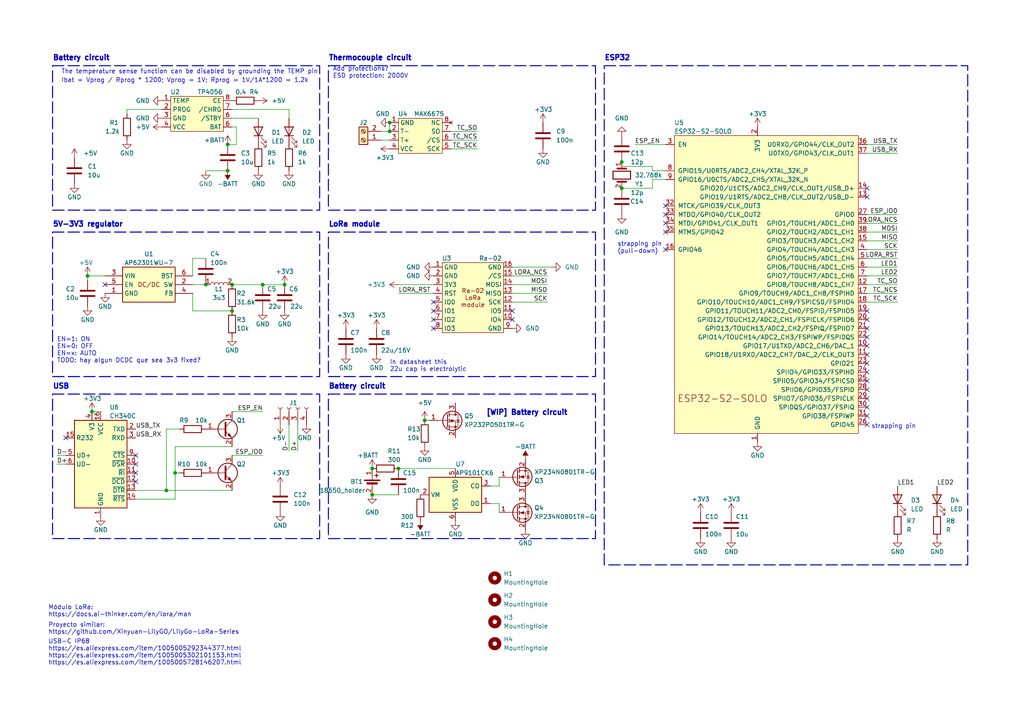
<source format=kicad_sch>
(kicad_sch (version 20230121) (generator eeschema)
  (paper "A4")
  (title_block (title "Tadpole") (rev "0.1.0"))
  (lib_symbols
    (symbol "Battery_Management:AP9101CK6"
      (property "Reference" "U" (at -7.62 6.35 0))
      (property "Value" "AP9101CK6" (at 7.62 6.35 0))
      (symbol "AP9101CK6_1_1"
        (pin output line (at 10.16 -2.54 180) (length 2.54) (name "DO") (number "1"))
        (pin passive line (at -10.16 0 0) (length 2.54) (name "VM") (number "2"))
        (pin output line (at 10.16 2.54 180) (length 2.54) (name "CO") (number "3"))
        (pin no_connect line (at -7.62 -2.54 0) (length 2.54) hide (name "NC") (number "4"))
        (pin power_in line (at 0 7.62 270) (length 2.54) (name "VDD") (number "5"))
        (pin power_in line (at 0 -7.62 90) (length 2.54) (name "VSS") (number "6"))
      )
    )
    (symbol "Connector:Conn_01x04_Socket" (pin_names (offset 1.016) hide)
      (property "Reference" "J" (at 0 5.08 0))
      (property "Value" "Conn_01x04_Socket" (at 0 -7.62 0))
      (symbol "Conn_01x04_Socket_1_1"
        (pin passive line (at -5.08 2.54 0) (length 3.81) (name "Pin_1") (number "1"))
        (pin passive line (at -5.08 0 0) (length 3.81) (name "Pin_2") (number "2"))
        (pin passive line (at -5.08 -2.54 0) (length 3.81) (name "Pin_3") (number "3"))
        (pin passive line (at -5.08 -5.08 0) (length 3.81) (name "Pin_4") (number "4"))
      )
    )
    (symbol "Connector:Screw_Terminal_01x02" (pin_names (offset 1.016) hide)
      (property "Reference" "J" (at 0 2.54 0))
      (property "Value" "Screw_Terminal_01x02" (at 0 -5.08 0))
      (symbol "Screw_Terminal_01x02_1_1"
        (pin passive line (at -5.08 0 0) (length 3.81) (name "Pin_1") (number "1"))
        (pin passive line (at -5.08 -2.54 0) (length 3.81) (name "Pin_2") (number "2"))
      )
    )
    (symbol "Device:C" (pin_numbers hide) (pin_names (offset 0.254))
      (property "Reference" "C" (at 0.635 2.54 0))
      (property "Value" "C" (at 0.635 -2.54 0))
      (symbol "C_1_1"
        (pin passive line (at 0 3.81 270) (length 2.794) (name "~") (number "1"))
        (pin passive line (at 0 -3.81 90) (length 2.794) (name "~") (number "2"))
      )
    )
    (symbol "Device:LED" (pin_numbers hide) (pin_names (offset 1.016) hide)
      (property "Reference" "D" (at 0 2.54 0))
      (property "Value" "LED" (at 0 -2.54 0))
      (symbol "LED_1_1"
        (pin passive line (at -3.81 0 0) (length 2.54) (name "K") (number "1"))
        (pin passive line (at 3.81 0 180) (length 2.54) (name "A") (number "2"))
      )
    )
    (symbol "Device:R" (pin_numbers hide) (pin_names (offset 0))
      (property "Reference" "R" (at 2.032 0 90))
      (property "Value" "R" (at 0 0 90))
      (symbol "R_1_1"
        (pin passive line (at 0 3.81 270) (length 1.27) (name "~") (number "1"))
        (pin passive line (at 0 -3.81 90) (length 1.27) (name "~") (number "2"))
      )
    )
    (symbol "Interface_USB:CH340C"
      (property "Reference" "U" (at -5.08 13.97 0))
      (property "Value" "CH340C" (at 1.27 13.97 0))
      (symbol "CH340C_1_1"
        (pin power_in line (at 0 -15.24 90) (length 2.54) (name "GND") (number "1"))
        (pin input line (at 10.16 0 180) (length 2.54) (name "~{DSR}") (number "10"))
        (pin input line (at 10.16 -2.54 180) (length 2.54) (name "~{RI}") (number "11"))
        (pin input line (at 10.16 -5.08 180) (length 2.54) (name "~{DCD}") (number "12"))
        (pin output line (at 10.16 -7.62 180) (length 2.54) (name "~{DTR}") (number "13"))
        (pin output line (at 10.16 -10.16 180) (length 2.54) (name "~{RTS}") (number "14"))
        (pin input line (at -10.16 7.62 0) (length 2.54) (name "R232") (number "15"))
        (pin power_in line (at 0 15.24 270) (length 2.54) (name "VCC") (number "16"))
        (pin output line (at 10.16 10.16 180) (length 2.54) (name "TXD") (number "2"))
        (pin input line (at 10.16 7.62 180) (length 2.54) (name "RXD") (number "3"))
        (pin passive line (at -2.54 15.24 270) (length 2.54) (name "V3") (number "4"))
        (pin bidirectional line (at -10.16 2.54 0) (length 2.54) (name "UD+") (number "5"))
        (pin bidirectional line (at -10.16 0 0) (length 2.54) (name "UD-") (number "6"))
        (pin no_connect line (at -7.62 -7.62 0) (length 2.54) hide (name "NC") (number "7"))
        (pin no_connect line (at -7.62 -10.16 0) (length 2.54) hide (name "NC") (number "8"))
        (pin input line (at 10.16 2.54 180) (length 2.54) (name "~{CTS}") (number "9"))
      )
    )
    (symbol "Mechanical:MountingHole" (pin_names (offset 1.016))
      (property "Reference" "H" (at 0 5.08 0))
      (property "Value" "MountingHole" (at 0 3.175 0))
    )
    (symbol "guille-lib:18650_HOLDER_AliExpress" (pin_names (offset 1.27))
      (property "Reference" "BT" (at 3.81 1.27 0))
      (property "Value" "18650_holder" (at 8.89 -1.27 0))
      (symbol "18650_HOLDER_AliExpress_1_1"
        (pin power_out line (at 0 3.81 270) (length 2.54) (name "") (number "1"))
        (pin power_out line (at 0 -3.81 90) (length 2.54) (name "") (number "2"))
      )
    )
    (symbol "guille-lib:AP62301WU-7"
      (property "Reference" "U" (at -1.27 8.89 0))
      (property "Value" "AP62301WU-7" (at -7.62 6.985 0))
      (symbol "AP62301WU-7_1_1"
        (text "DC/DC" (at 0 0 0) (effects (font (size 1.27 1.27))))
        (pin power_in line (at -12.7 -2.54 0) (length 5.08) (name "GND") (number "1"))
        (pin output line (at 12.7 0 180) (length 5.08) (name "SW") (number "2"))
        (pin power_in line (at -12.7 2.54 0) (length 5.08) (name "VIN") (number "3"))
        (pin input line (at 12.7 -2.54 180) (length 5.08) (name "FB") (number "4"))
        (pin input line (at -12.7 0 0) (length 5.08) (name "EN") (number "5"))
        (pin input line (at 12.7 2.54 180) (length 5.08) (name "BST") (number "6"))
      )
    )
    (symbol "guille-lib:ESP32-S2-SOLO" (pin_names (offset 1.016))
      (property "Reference" "U" (at -26.67 44.45 0))
      (property "Value" "ESP32-S2-SOLO" (at -26.67 41.91 0))
      (symbol "ESP32-S2-SOLO_1_1"
        (text "ESP32-S2-SOLO" (at -12.7 -35.56 0) (effects (font (size 2 2))))
        (pin power_in line (at -2.54 -48.26 90) (length 2.54) (name "GND") (number "1"))
        (pin bidirectional line (at 29.21 -20.32 180) (length 2.54) (name "GPIO17/U1TXD/ADC2_CH6/DAC_1") (number "10"))
        (pin bidirectional line (at 29.21 -22.86 180) (length 2.54) (name "GPIO18/U1RXD/ADC2_CH7/DAC_2/CLK_OUT3") (number "11"))
        (pin bidirectional line (at 29.21 -2.54 180) (length 2.54) (name "GPIO8/TOUCH8/ADC1_CH7") (number "12"))
        (pin bidirectional line (at 29.21 22.86 180) (length 2.54) (name "GPIO19/U1RTS/ADC2_CH8/CLK_OUT2/USB_D-") (number "13"))
        (pin bidirectional line (at 29.21 25.4 180) (length 2.54) (name "GPIO20/U1CTS/ADC2_CH9/CLK_OUT1/USB_D+") (number "14"))
        (pin bidirectional line (at 29.21 10.16 180) (length 2.54) (name "GPIO3/TOUCH3/ADC1_CH2") (number "15"))
        (pin input line (at -29.21 7.62 0) (length 2.54) (name "GPIO46") (number "16"))
        (pin bidirectional line (at 29.21 -5.08 180) (length 2.54) (name "GPIO9/TOUCH9/ADC1_CH8/FSPIHD") (number "17"))
        (pin bidirectional line (at 29.21 -7.62 180) (length 2.54) (name "GPIO10/TOUCH10/ADC1_CH9/FSPICS0/FSPIIO4") (number "18"))
        (pin bidirectional line (at 29.21 -10.16 180) (length 2.54) (name "GPIO11/TOUCH11/ADC2_CH0/FSPID/FSPIIO5") (number "19"))
        (pin power_in line (at -2.54 43.18 270) (length 2.54) (name "3V3") (number "2"))
        (pin bidirectional line (at 29.21 -12.7 180) (length 2.54) (name "GPIO12/TOUCH12/ADC2_CH1/FSPICLK/FSPIIO6") (number "20"))
        (pin bidirectional line (at 29.21 -15.24 180) (length 2.54) (name "GPIO13/TOUCH13/ADC2_CH2/FSPIQ/FSPIIO7") (number "21"))
        (pin bidirectional line (at 29.21 -17.78 180) (length 2.54) (name "GPIO14/TOUCH14/ADC2_CH3/FSPIWP/FSPIDQS") (number "22"))
        (pin bidirectional line (at 29.21 -25.4 180) (length 2.54) (name "GPIO21") (number "23"))
        (pin bidirectional line (at 29.21 -27.94 180) (length 2.54) (name "SPIIO4/GPIO33/FSPIHD") (number "24"))
        (pin bidirectional line (at 29.21 -30.48 180) (length 2.54) (name "SPIIO5/GPIO34/FSPICS0") (number "25"))
        (pin bidirectional line (at 29.21 -43.18 180) (length 2.54) (name "GPIO45") (number "26"))
        (pin bidirectional line (at 29.21 17.78 180) (length 2.54) (name "GPIO0") (number "27"))
        (pin bidirectional line (at 29.21 -33.02 180) (length 2.54) (name "SPIIO6/GPIO35/FSPID") (number "28"))
        (pin bidirectional line (at 29.21 -35.56 180) (length 2.54) (name "SPIIO7/GPIO36/FSPICLK") (number "29"))
        (pin bidirectional line (at -29.21 38.1 0) (length 2.54) (name "EN") (number "3"))
        (pin bidirectional line (at 29.21 -38.1 180) (length 2.54) (name "SPIDQS/GPIO37/FSPIQ") (number "30"))
        (pin bidirectional line (at 29.21 -40.64 180) (length 2.54) (name "GPIO38/FSPIWP") (number "31"))
        (pin bidirectional line (at -29.21 20.32 0) (length 2.54) (name "MTCK/GPIO39/CLK_OUT3") (number "32"))
        (pin bidirectional line (at -29.21 17.78 0) (length 2.54) (name "MTDO/GPIO40/CLK_OUT2") (number "33"))
        (pin bidirectional line (at -29.21 15.24 0) (length 2.54) (name "MTDI/GPIO41/CLK_OUT1") (number "34"))
        (pin bidirectional line (at -29.21 12.7 0) (length 2.54) (name "MTMS/GPIO42") (number "35"))
        (pin bidirectional line (at 29.21 38.1 180) (length 2.54) (name "U0RXD/GPIO44/CLK_OUT2") (number "36"))
        (pin bidirectional line (at 29.21 35.56 180) (length 2.54) (name "U0TXD/GPIO43/CLK_OUT1") (number "37"))
        (pin bidirectional line (at 29.21 12.7 180) (length 2.54) (name "GPIO2/TOUCH2/ADC1_CH1") (number "38"))
        (pin bidirectional line (at 29.21 15.24 180) (length 2.54) (name "GPIO1/TOUCH1/ADC1_CH0") (number "39"))
        (pin bidirectional line (at 29.21 7.62 180) (length 2.54) (name "GPIO4/TOUCH4/ADC1_CH3") (number "4"))
        (pin passive line (at -2.54 -48.26 90) (length 2.54) hide (name "GND") (number "40"))
        (pin passive line (at -2.54 -48.26 90) (length 2.54) hide (name "GND") (number "41"))
        (pin bidirectional line (at 29.21 5.08 180) (length 2.54) (name "GPIO5/TOUCH5/ADC1_CH4") (number "5"))
        (pin bidirectional line (at 29.21 2.54 180) (length 2.54) (name "GPIO6/TOUCH6/ADC1_CH5") (number "6"))
        (pin bidirectional line (at 29.21 0 180) (length 2.54) (name "GPIO7/TOUCH7/ADC1_CH6") (number "7"))
        (pin bidirectional line (at -29.21 30.48 0) (length 2.54) (name "GPIO15/U0RTS/ADC2_CH4/XTAL_32K_P") (number "8"))
        (pin bidirectional line (at -29.21 27.94 0) (length 2.54) (name "GPIO16/U0CTS/ADC2_CH5/XTAL_32K_N") (number "9"))
      )
    )
    (symbol "guille-lib:MAX6675"
      (property "Reference" "U" (at -6.35 6.35 0))
      (property "Value" "MAX6675" (at 2.54 6.35 0))
      (symbol "MAX6675_1_1"
        (pin power_in line (at -8.89 3.81 0) (length 2.54) (name "GND") (number "1"))
        (pin input line (at -8.89 1.27 0) (length 2.54) (name "T-") (number "2"))
        (pin input line (at -8.89 -1.27 0) (length 2.54) (name "T+") (number "3"))
        (pin power_in line (at -8.89 -3.81 0) (length 2.54) (name "VCC") (number "4"))
        (pin input line (at 8.89 -3.81 180) (length 2.54) (name "SCK") (number "5"))
        (pin input line (at 8.89 -1.27 180) (length 2.54) (name "/CS") (number "6"))
        (pin output line (at 8.89 1.27 180) (length 2.54) (name "SO") (number "7"))
        (pin no_connect line (at 8.89 3.81 180) (length 2.54) (name "NC") (number "8"))
      )
    )
    (symbol "guille-lib:PMBT3904235" (pin_names (offset 0.762))
      (property "Reference" "Q" (at 2.54 1.27 0))
      (property "Value" "PMBT3904235" (at 2.54 -1.27 0))
      (symbol "PMBT3904235_0_0"
        (pin passive line (at -7.62 0 0) (length 2.54) (name "~") (number "1"))
        (pin passive line (at 0 -5.08 90) (length 2.54) (name "~") (number "2"))
        (pin passive line (at 0 5.08 270) (length 2.54) (name "~") (number "3"))
      )
    )
    (symbol "guille-lib:Ra-02"
      (property "Reference" "U" (at -7.62 11.43 0))
      (property "Value" "Ra-02" (at 5.08 11.43 0))
      (symbol "Ra-02_1_1"
        (text "Ra-02\nLoRa\nmodule" (at 0 0 0) (effects (font (size 1.27 1.27))))
        (pin power_in line (at -11.43 8.89 0) (length 2.54) (name "GND") (number "1"))
        (pin bidirectional line (at 11.43 -6.35 180) (length 2.54) (name "IO4") (number "10"))
        (pin bidirectional line (at 11.43 -3.81 180) (length 2.54) (name "IO5") (number "11"))
        (pin input line (at 11.43 -1.27 180) (length 2.54) (name "SCK") (number "12"))
        (pin output line (at 11.43 1.27 180) (length 2.54) (name "MISO") (number "13"))
        (pin input line (at 11.43 3.81 180) (length 2.54) (name "MOSI") (number "14"))
        (pin input line (at 11.43 6.35 180) (length 2.54) (name "/CS") (number "15"))
        (pin power_in line (at 11.43 8.89 180) (length 2.54) (name "GND") (number "16"))
        (pin power_in line (at -11.43 6.35 0) (length 2.54) (name "GND") (number "2"))
        (pin power_in line (at -11.43 3.81 0) (length 2.54) (name "3V3") (number "3"))
        (pin input line (at -11.43 1.27 0) (length 2.54) (name "RST") (number "4"))
        (pin bidirectional line (at -11.43 -1.27 0) (length 2.54) (name "IO0") (number "5"))
        (pin bidirectional line (at -11.43 -3.81 0) (length 2.54) (name "IO1") (number "6"))
        (pin bidirectional line (at -11.43 -6.35 0) (length 2.54) (name "IO2") (number "7"))
        (pin bidirectional line (at -11.43 -8.89 0) (length 2.54) (name "IO3") (number "8"))
        (pin power_in line (at 11.43 -8.89 180) (length 2.54) (name "GND") (number "9"))
      )
    )
    (symbol "guille-lib:SC32S-7PF20PPM" (pin_names hide)
      (property "Reference" "Y" (at -1.27 7.62 0))
      (property "Value" "32.768k" (at -3.81 5.08 0))
      (symbol "SC32S-7PF20PPM_1_1"
        (pin passive line (at -3.81 0 0) (length 1.27) (name "1") (number "1"))
        (pin passive line (at 3.81 0 180) (length 1.27) (name "2") (number "2"))
      )
    )
    (symbol "guille-lib:SRN5020TA-3R3M" (pin_names hide)
      (property "Reference" "L" (at -1.27 5.08 0))
      (property "Value" "3u3" (at -2.54 2.54 0))
      (symbol "SRN5020TA-3R3M_1_1"
        (pin passive line (at -3.81 0 0) (length 1.27) (name "1") (number "1"))
        (pin passive line (at 3.81 0 180) (length 1.27) (name "2") (number "2"))
      )
    )
    (symbol "guille-lib:TP4056"
      (property "Reference" "U" (at -6.35 5.08 0))
      (property "Value" "TP4056" (at 3.81 5.08 0))
      (symbol "TP4056_1_1"
        (pin input line (at -10.16 2.54 0) (length 2.54) (name "TEMP") (number "1"))
        (pin input line (at -10.16 0 0) (length 2.54) (name "PROG") (number "2"))
        (pin power_in line (at -10.16 -2.54 0) (length 2.54) (name "GND") (number "3"))
        (pin power_in line (at -10.16 -5.08 0) (length 2.54) (name "VCC") (number "4"))
        (pin output line (at 10.16 -2.54 180) (length 2.54) (name "/STBY") (number "6"))
        (pin power_out line (at 10.16 -5.08 180) (length 2.54) (name "BAT") (number "6"))
        (pin output line (at 10.16 0 180) (length 2.54) (name "/CHRG") (number "7"))
        (pin input line (at 10.16 2.54 180) (length 2.54) (name "CE") (number "8"))
      )
    )
    (symbol "guille-lib:XP232P0501TR-G" (pin_names (offset 0.762))
      (property "Reference" "Q" (at 2.54 1.27 0))
      (property "Value" "XP232P0501TR-G" (at 2.54 -1.27 0))
      (symbol "XP232P0501TR-G_1_1"
        (pin passive line (at -7.62 0 0) (length 2.54) (name "") (number "1"))
        (pin input line (at 0 -5.08 90) (length 2.54) (name "") (number "2"))
        (pin passive line (at 0 5.08 270) (length 2.54) (name "") (number "3"))
      )
    )
    (symbol "guille-lib:XP234N0801TR-G" (pin_names (offset 0.762))
      (property "Reference" "Q" (at 2.54 1.27 0))
      (property "Value" "XP234N0801TR-G" (at 2.54 -1.27 0))
      (symbol "XP234N0801TR-G_1_1"
        (pin passive line (at -7.62 0 0) (length 2.54) (name "") (number "1"))
        (pin input line (at 0 -5.08 90) (length 2.54) (name "") (number "2"))
        (pin passive line (at 0 5.08 270) (length 2.54) (name "") (number "3"))
      )
    )
    (symbol "power:+3V3" (power) (pin_names (offset 0))
      (property "Value" "+3V3" (at 0 3.556 0))
      (symbol "+3V3_1_1"
        (pin power_in line (at 0 0 90) (length 0) hide (name "+3V3") (number "1"))
      )
    )
    (symbol "power:+5V" (power) (pin_names (offset 0))
      (property "Value" "+5V" (at 0 3.556 0))
      (symbol "+5V_1_1"
        (pin power_in line (at 0 0 90) (length 0) hide (name "+5V") (number "1"))
      )
    )
    (symbol "power:+BATT" (power) (pin_names (offset 0))
      (property "Value" "+BATT" (at 0 3.556 0))
      (symbol "+BATT_1_1"
        (pin power_in line (at 0 0 90) (length 0) hide (name "+BATT") (number "1"))
      )
    )
    (symbol "power:-BATT" (power) (pin_names (offset 0))
      (property "Value" "-BATT" (at 0 3.556 0))
      (symbol "-BATT_1_1"
        (pin power_in line (at 0 0 90) (length 0) hide (name "-BATT") (number "1"))
      )
    )
    (symbol "power:GND" (power) (pin_names (offset 0))
      (property "Value" "GND" (at 0 -3.81 0))
      (symbol "GND_1_1"
        (pin power_in line (at 0 0 270) (length 0) hide (name "GND") (number "1"))
      )
    )
  )
  (junction (at 82.55 82.55))
  (junction (at 180.34 54.61))
  (junction (at 50.8 137.16))
  (junction (at 66.04 49.53))
  (junction (at 67.31 90.17))
  (junction (at 180.34 46.99))
  (junction (at 107.95 135.89))
  (junction (at 25.4 80.01))
  (junction (at 26.67 119.38))
  (junction (at 113.03 35.56))
  (junction (at 59.69 82.55))
  (junction (at 115.57 135.89))
  (junction (at 113.03 38.1))
  (junction (at 48.26 142.24))
  (junction (at 67.31 82.55))
  (junction (at 76.2 82.55))
  (junction (at 66.04 41.91))
  (junction (at 107.95 143.51))
  (junction (at 123.19 121.92))
  (no_connect (at 30.48 82.55))
  (no_connect (at 125.73 95.25))
  (no_connect (at 193.04 62.23))
  (no_connect (at 251.46 113.03))
  (no_connect (at 39.37 132.08))
  (no_connect (at 193.04 67.31))
  (no_connect (at 251.46 107.95))
  (no_connect (at 251.46 120.65))
  (no_connect (at 251.46 102.87))
  (no_connect (at 39.37 139.7))
  (no_connect (at 251.46 115.57))
  (no_connect (at 193.04 64.77))
  (no_connect (at 251.46 100.33))
  (no_connect (at 193.04 59.69))
  (no_connect (at 193.04 72.39))
  (no_connect (at 251.46 57.15))
  (no_connect (at 19.05 127))
  (no_connect (at 39.37 137.16))
  (no_connect (at 125.73 92.71))
  (no_connect (at 251.46 97.79))
  (no_connect (at 125.73 87.63))
  (no_connect (at 251.46 118.11))
  (no_connect (at 125.73 90.17))
  (no_connect (at 251.46 105.41))
  (no_connect (at 148.59 90.17))
  (no_connect (at 39.37 134.62))
  (no_connect (at 251.46 95.25))
  (no_connect (at 251.46 123.19))
  (no_connect (at 251.46 92.71))
  (no_connect (at 148.59 92.71))
  (no_connect (at 251.46 110.49))
  (no_connect (at 251.46 54.61))
  (no_connect (at 251.46 90.17))
  (wire (pts (xy 144.78 146.05) (xy 144.78 148.59)))
  (wire (pts (xy 251.46 62.23) (xy 260.35 62.23)))
  (wire (pts (xy 180.34 48.26) (xy 180.34 46.99)))
  (wire (pts (xy 67.31 31.75) (xy 83.82 31.75)))
  (wire (pts (xy 251.46 74.93) (xy 260.35 74.93)))
  (wire (pts (xy 67.31 119.38) (xy 76.2 119.38)))
  (wire (pts (xy 52.07 124.46) (xy 48.26 124.46)))
  (wire (pts (xy 144.78 138.43) (xy 144.78 140.97)))
  (wire (pts (xy 52.07 137.16) (xy 50.8 137.16)))
  (wire (pts (xy 251.46 67.31) (xy 260.35 67.31)))
  (wire (pts (xy 193.04 52.07) (xy 189.23 52.07)))
  (wire (pts (xy 251.46 44.45) (xy 260.35 44.45)))
  (wire (pts (xy 36.83 31.75) (xy 36.83 33.02)))
  (wire (pts (xy 251.46 77.47) (xy 260.35 77.47)))
  (wire (pts (xy 50.8 137.16) (xy 50.8 144.78)))
  (wire (pts (xy 189.23 48.26) (xy 180.34 48.26)))
  (wire (pts (xy 16.51 134.62) (xy 19.05 134.62)))
  (wire (pts (xy 76.2 82.55) (xy 82.55 82.55)))
  (wire (pts (xy 55.88 90.17) (xy 67.31 90.17)))
  (wire (pts (xy 30.48 80.01) (xy 25.4 80.01)))
  (wire (pts (xy 251.46 85.09) (xy 260.35 85.09)))
  (wire (pts (xy 50.8 129.54) (xy 50.8 137.16)))
  (wire (pts (xy 67.31 36.83) (xy 68.58 36.83)))
  (wire (pts (xy 251.46 64.77) (xy 260.35 64.77)))
  (wire (pts (xy 124.46 121.92) (xy 123.19 121.92)))
  (wire (pts (xy 46.99 31.75) (xy 36.83 31.75)))
  (wire (pts (xy 55.88 74.93) (xy 59.69 74.93)))
  (wire (pts (xy 148.59 87.63) (xy 158.75 87.63)))
  (wire (pts (xy 86.36 130.81) (xy 86.36 123.19)))
  (wire (pts (xy 55.88 80.01) (xy 55.88 74.93)))
  (wire (pts (xy 67.31 82.55) (xy 76.2 82.55)))
  (wire (pts (xy 25.4 80.01) (xy 25.4 81.28)))
  (wire (pts (xy 148.59 82.55) (xy 158.75 82.55)))
  (wire (pts (xy 110.49 40.64) (xy 113.03 40.64)))
  (wire (pts (xy 55.88 85.09) (xy 55.88 90.17)))
  (wire (pts (xy 251.46 72.39) (xy 260.35 72.39)))
  (wire (pts (xy 55.88 82.55) (xy 59.69 82.55)))
  (wire (pts (xy 115.57 85.09) (xy 125.73 85.09)))
  (wire (pts (xy 189.23 49.53) (xy 189.23 48.26)))
  (wire (pts (xy 39.37 142.24) (xy 48.26 142.24)))
  (wire (pts (xy 138.43 43.18) (xy 130.81 43.18)))
  (wire (pts (xy 251.46 80.01) (xy 260.35 80.01)))
  (wire (pts (xy 189.23 52.07) (xy 189.23 54.61)))
  (wire (pts (xy 138.43 40.64) (xy 130.81 40.64)))
  (wire (pts (xy 67.31 34.29) (xy 74.93 34.29)))
  (wire (pts (xy 50.8 129.54) (xy 67.31 129.54)))
  (wire (pts (xy 180.34 54.61) (xy 189.23 54.61)))
  (wire (pts (xy 68.58 36.83) (xy 68.58 41.91)))
  (wire (pts (xy 148.59 85.09) (xy 158.75 85.09)))
  (wire (pts (xy 184.15 41.91) (xy 193.04 41.91)))
  (wire (pts (xy 142.24 146.05) (xy 144.78 146.05)))
  (wire (pts (xy 26.67 119.38) (xy 29.21 119.38)))
  (wire (pts (xy 251.46 87.63) (xy 260.35 87.63)))
  (wire (pts (xy 251.46 69.85) (xy 260.35 69.85)))
  (wire (pts (xy 160.02 77.47) (xy 148.59 77.47)))
  (wire (pts (xy 59.69 49.53) (xy 66.04 49.53)))
  (wire (pts (xy 66.04 41.91) (xy 68.58 41.91)))
  (wire (pts (xy 115.57 82.55) (xy 125.73 82.55)))
  (wire (pts (xy 144.78 140.97) (xy 142.24 140.97)))
  (wire (pts (xy 251.46 41.91) (xy 260.35 41.91)))
  (wire (pts (xy 76.2 132.08) (xy 67.31 132.08)))
  (wire (pts (xy 110.49 38.1) (xy 113.03 38.1)))
  (wire (pts (xy 48.26 124.46) (xy 48.26 142.24)))
  (wire (pts (xy 251.46 82.55) (xy 260.35 82.55)))
  (wire (pts (xy 107.95 143.51) (xy 115.57 143.51)))
  (wire (pts (xy 148.59 80.01) (xy 158.75 80.01)))
  (wire (pts (xy 138.43 38.1) (xy 130.81 38.1)))
  (wire (pts (xy 83.82 31.75) (xy 83.82 34.29)))
  (wire (pts (xy 39.37 144.78) (xy 50.8 144.78)))
  (wire (pts (xy 16.51 132.08) (xy 19.05 132.08)))
  (wire (pts (xy 115.57 135.89) (xy 132.08 135.89)))
  (wire (pts (xy 193.04 49.53) (xy 189.23 49.53)))
  (wire (pts (xy 48.26 142.24) (xy 67.31 142.24)))
  (wire (pts (xy 113.03 35.56) (xy 113.03 38.1)))
  (wire (pts (xy 83.82 130.81) (xy 83.82 123.19)))
  (rectangle (start 15.24 19.05) (end 92.71 60.96) (stroke (width 0.3) (type dash)))
  (rectangle (start 95.25 114.3) (end 172.72 156.21) (stroke (width 0.3) (type dash)))
  (rectangle (start 95.25 19.05) (end 172.72 60.96) (stroke (width 0.3) (type dash)))
  (rectangle (start 95.25 67.31) (end 172.72 109.22) (stroke (width 0.3) (type dash)))
  (rectangle (start 175.26 19.05) (end 280.67 163.83) (stroke (width 0.3) (type dash)))
  (rectangle (start 15.24 114.3) (end 92.71 156.21) (stroke (width 0.3) (type dash)))
  (rectangle (start 15.24 67.31) (end 92.71 109.22) (stroke (width 0.3) (type dash)))
  (text "Thermocouple circuit" (at 95.25 17.78 0) (effects (font (size 1.5 1.5) (thickness 0.36) bold) (justify left bottom)))
  (text "strapping pin" (at 252.73 124.46 0) (effects (font (size 1.27 1.27)) (justify left bottom)))
  (text "Battery circuit" (at 15.24 17.78 0) (effects (font (size 1.5 1.5) (thickness 0.36) bold) (justify left bottom)))
  (text "USB" (at 15.24 113.03 0) (effects (font (size 1.5 1.5) (thickness 0.36) bold) (justify left bottom)))
  (text "The temperature sense function can be disabled by grounding the TEMP pin" (at 17.78 21.59 0) (effects (font (size 1.27 1.27)) (justify left bottom)))
  (text "Add protections?\nESD protection: 2000V" (at 96.52 22.86 0) (effects (font (size 1.27 1.27)) (justify left bottom)))
  (text "Módulo LoRa:\nhttps://docs.ai-thinker.com/en/lora/man" (at 13.97 179.07 0) (effects (font (size 1.27 1.27)) (justify left bottom)))
  (text "LoRa module" (at 95.25 66.04 0) (effects (font (size 1.5 1.5) (thickness 0.36) bold) (justify left bottom)))
  (text "ESP32" (at 175.26 17.78 0) (effects (font (size 1.5 1.5) (thickness 0.36) bold) (justify left bottom)))
  (text "[WIP] Battery circuit" (at 140.97 120.65 0) (effects (font (size 1.5 1.5) (thickness 0.36) bold) (justify left bottom)))
  (text "EN=1: ON\nEN=0: OFF\nEN=x: AUTO\nTODO: hay algun DCDC que sea 3v3 fixed?" (at 16.51 105.41 0) (effects (font (size 1.27 1.27)) (justify left bottom)))
  (text "Battery circuit" (at 95.25 113.03 0) (effects (font (size 1.5 1.5) (thickness 0.36) bold) (justify left bottom)))
  (text "In datasheet this\n22u cap is electrolytic" (at 113.03 107.95 0) (effects (font (size 1.27 1.27)) (justify left bottom)))
  (text "strapping pin\n(pull-down)" (at 179.07 73.66 0) (effects (font (size 1.27 1.27)) (justify left bottom)))
  (text "USB-C IP68\nhttps://es.aliexpress.com/item/1005005292344377.html\nhttps://es.aliexpress.com/item/1005005302101153.html\nhttps://es.aliexpress.com/item/1005005728146207.html" (at 13.97 193.04 0) (effects (font (size 1.27 1.27)) (justify left bottom)))
  (text "5V-3V3 regulator" (at 15.24 66.04 0) (effects (font (size 1.5 1.5) (thickness 0.36) bold) (justify left bottom)))
  (text "Ibat = Vprog / Rprog * 1200; Vprog = 1V; Rprog = 1V/1A*1200 = 1.2k\n" (at 17.78 24.13 0) (effects (font (size 1.27 1.27)) (justify left bottom)))
  (text "Proyecto similar:\nhttps://github.com/Xinyuan-LilyGO/LilyGo-LoRa-Series" (at 13.97 184.15 0) (effects (font (size 1.27 1.27)) (justify left bottom)))
  (label "ESP_EN" (at 184.15 41.91 0))
  (label "TC_SCK" (at 138.43 43.18 180))
  (label "USB_TX" (at 39.37 124.46 0))
  (label "ESP_IO0" (at 76.2 132.08 180))
  (label "SCK" (at 158.75 87.63 180))
  (label "SCK" (at 260.35 72.39 180))
  (label "TC_SO" (at 138.43 38.1 180))
  (label "D+" (at 16.51 134.62 0))
  (label "LORA_RST" (at 115.57 85.09 0))
  (label "LED2" (at 260.35 80.01 180))
  (label "TC_SO" (at 260.35 82.55 180))
  (label "ESP_EN" (at 76.2 119.38 180))
  (label "LORA_NCS" (at 260.35 64.77 180))
  (label "USB_RX" (at 39.37 127 0))
  (label "D-" (at 16.51 132.08 0))
  (label "MISO" (at 158.75 85.09 180))
  (label "TC_NCS" (at 138.43 40.64 180))
  (label "MOSI" (at 158.75 82.55 180))
  (label "MISO" (at 260.35 69.85 180))
  (label "TC_NCS" (at 260.35 85.09 180))
  (label "D-" (at 83.82 130.81 90))
  (label "ESP_IO0" (at 260.35 62.23 180))
  (label "LED1" (at 260.35 77.47 180))
  (label "TC_SCK" (at 260.35 87.63 180))
  (label "D+" (at 86.36 130.81 90))
  (label "MOSI" (at 260.35 67.31 180))
  (label "USB_TX" (at 260.35 41.91 180))
  (label "LED2" (at 271.78 140.97 0))
  (label "USB_RX" (at 260.35 44.45 180))
  (label "LORA_RST" (at 260.35 74.93 180))
  (label "LED1" (at 260.35 140.97 0))
  (label "LORA_NCS" (at 158.75 80.01 180))
  (symbol (lib_id "Device:C") (at 100.33 99.06 0) (unit 1)
    (property "Reference" "C7" (at 101.6 96.52 0) (effects (justify left)))
    (property "Value" "100n" (at 101.6 101.6 0) (effects (justify left)))
    (property "Footprint" "Capacitor_SMD:C_0402_1005Metric" (effects hide))
  )
  (symbol (lib_id "power:+BATT") (at 107.95 135.89 0) (unit 1)
    (property "Reference" "#PWR050" (effects hide))
    (property "Value" "+BATT" (at 106.68 132.08 0))
  )
  (symbol (lib_id "power:GND") (at 125.73 80.01 270) (unit 1)
    (property "Reference" "#PWR025" (effects hide))
    (property "Value" "GND" (at 121.92 80.01 90) (effects (justify right)))
  )
  (symbol (lib_id "guille-lib:AP62301WU-7") (at 43.18 82.55 0) (unit 1)
    (property "Reference" "U1" (at 43.18 73.66 0))
    (property "Value" "AP62301WU-7" (at 43.18 76.2 0))
    (property "Footprint" "guille-lib:SOT95P280X100-6N" (effects hide))
    (property "Datasheet" "https://www.mouser.es/datasheet/2/115/DIOD_S_A0013022799_1-2543739.pdf" (effects hide))
    (property "Height" "1" (effects hide))
    (property "Manufacturer_Name" "Diodes Inc." (effects hide))
    (property "Manufacturer_Part_Number" "AP62301WU-7" (effects hide))
    (property "Mouser Part Number" "621-AP62301WU-7" (effects hide))
  )
  (symbol (lib_id "Device:R") (at 55.88 137.16 90) (unit 1)
    (property "Reference" "R10" (at 53.34 134.62 90))
    (property "Value" "10k" (at 58.42 134.62 90))
    (property "Footprint" "Resistor_SMD:R_0402_1005Metric" (effects hide))
  )
  (symbol (lib_id "Device:R") (at 55.88 124.46 90) (unit 1)
    (property "Reference" "R9" (at 53.34 121.92 90))
    (property "Value" "10k" (at 58.42 121.92 90))
    (property "Footprint" "Resistor_SMD:R_0402_1005Metric" (effects hide))
  )
  (symbol (lib_id "guille-lib:ESP32-S2-SOLO") (at 222.25 80.01 0) (unit 1)
    (property "Reference" "U5" (at 195.58 35.56 0) (effects (justify left)))
    (property "Value" "ESP32-S2-SOLO" (at 195.58 38.1 0) (effects (justify left)))
    (property "Footprint" "PCM_Espressif:ESP32-S2-SOLO" (effects hide))
    (property "Datasheet" "https://www.espressif.com/sites/default/files/documentation/esp32-s2-solo_esp32-s2-solo-u_datasheet_en.pdf" (effects hide))
  )
  (symbol (lib_id "power:GND") (at 74.93 49.53 0) (unit 1)
    (property "Reference" "#PWR012" (effects hide))
    (property "Value" "GND" (at 74.93 53.34 0))
  )
  (symbol (lib_id "power:+5V") (at 123.19 121.92 0) (unit 1)
    (property "Reference" "#PWR056" (effects hide))
    (property "Value" "+5V" (at 123.19 116.84 0))
  )
  (symbol (lib_id "Device:C") (at 81.28 144.78 0) (unit 1)
    (property "Reference" "C12" (at 85.09 143.51 0) (effects (justify left)))
    (property "Value" "100n" (at 85.09 146.05 0) (effects (justify left)))
    (property "Footprint" "Capacitor_SMD:C_0402_1005Metric" (effects hide))
  )
  (symbol (lib_id "Device:C") (at 66.04 45.72 0) (unit 1)
    (property "Reference" "C3" (at 69.85 44.45 0) (effects (justify left)))
    (property "Value" "10u" (at 69.85 46.99 0) (effects (justify left)))
    (property "Footprint" "Capacitor_SMD:C_0805_2012Metric" (effects hide))
  )
  (symbol (lib_id "power:GND") (at 46.99 29.21 270) (unit 1)
    (property "Reference" "#PWR06" (effects hide))
    (property "Value" "GND" (at 39.37 29.21 90) (effects (justify left)))
  )
  (symbol (lib_id "Device:C") (at 25.4 85.09 0) (unit 1)
    (property "Reference" "C2" (at 19.05 83.82 0) (effects (justify left)))
    (property "Value" "10u" (at 19.05 86.36 0) (effects (justify left)))
    (property "Footprint" "Capacitor_SMD:C_0805_2012Metric" (effects hide))
  )
  (symbol (lib_id "Device:R") (at 71.12 29.21 90) (unit 1)
    (property "Reference" "R4" (at 73.66 26.67 90))
    (property "Value" "0.4" (at 69.85 26.67 90))
    (property "Footprint" "Resistor_SMD:R_0402_1005Metric" (effects hide))
  )
  (symbol (lib_id "power:+3V3") (at 219.71 36.83 0) (unit 1)
    (property "Reference" "#PWR034" (effects hide))
    (property "Value" "+3V3" (at 219.71 33.02 0))
  )
  (symbol (lib_id "power:GND") (at 81.28 148.59 0) (unit 1)
    (property "Reference" "#PWR042" (effects hide))
    (property "Value" "GND" (at 81.28 152.4 0))
  )
  (symbol (lib_id "power:GND") (at 219.71 128.27 0) (unit 1)
    (property "Reference" "#PWR033" (effects hide))
    (property "Value" "GND" (at 219.71 132.08 0))
  )
  (symbol (lib_id "power:+3V3") (at 115.57 82.55 90) (unit 1)
    (property "Reference" "#PWR022" (effects hide))
    (property "Value" "+3V3" (at 111.76 82.55 90) (effects (justify left)))
  )
  (symbol (lib_id "Mechanical:MountingHole") (at 143.51 167.64 0) (unit 1)
    (property "Reference" "H1" (at 146.05 166.37 0) (effects (justify left)))
    (property "Value" "MountingHole" (at 146.05 168.91 0) (effects (justify left)))
    (property "Footprint" "MountingHole:MountingHole_2.2mm_M2" (effects hide))
  )
  (symbol (lib_id "power:GND") (at 157.48 43.18 0) (unit 1)
    (property "Reference" "#PWR031" (effects hide))
    (property "Value" "GND" (at 157.48 46.99 0))
  )
  (symbol (lib_id "power:+3V3") (at 100.33 95.25 0) (unit 1)
    (property "Reference" "#PWR017" (effects hide))
    (property "Value" "+3V3" (at 100.33 91.44 0))
  )
  (symbol (lib_id "power:GND") (at 271.78 156.21 0) (unit 1)
    (property "Reference" "#PWR035" (effects hide))
    (property "Value" "GND" (at 271.78 160.02 0))
  )
  (symbol (lib_id "power:GND") (at 76.2 90.17 0) (unit 1)
    (property "Reference" "#PWR013" (effects hide))
    (property "Value" "GND" (at 76.2 93.98 0))
  )
  (symbol (lib_id "power:GND") (at 212.09 156.21 0) (unit 1)
    (property "Reference" "#PWR038" (effects hide))
    (property "Value" "GND" (at 212.09 160.02 0))
  )
  (symbol (lib_id "Device:C") (at 59.69 78.74 0) (unit 1)
    (property "Reference" "C4" (at 60.96 73.66 0) (effects (justify left)))
    (property "Value" "100n" (at 60.96 76.2 0) (effects (justify left)))
    (property "Footprint" "Capacitor_SMD:C_0402_1005Metric" (effects hide))
  )
  (symbol (lib_id "Device:C") (at 76.2 86.36 0) (unit 1)
    (property "Reference" "C5" (at 77.47 83.82 0) (effects (justify left)))
    (property "Value" "22u" (at 77.7972 88.8764 0) (effects (justify left)))
    (property "Footprint" "Capacitor_SMD:C_0805_2012Metric" (effects hide))
  )
  (symbol (lib_id "Device:R") (at 121.92 147.32 180) (unit 1)
    (property "Reference" "R12" (at 118.11 152.4 0))
    (property "Value" "300" (at 118.11 149.86 0))
    (property "Footprint" "Resistor_SMD:R_0402_1005Metric" (effects hide))
  )
  (symbol (lib_id "power:-BATT") (at 152.4 133.35 0) (unit 1)
    (property "Reference" "#PWR053" (effects hide))
    (property "Value" "-BATT" (at 152.4 129.54 0))
  )
  (symbol (lib_id "power:+3V3") (at 212.09 148.59 0) (unit 1)
    (property "Reference" "#PWR039" (effects hide))
    (property "Value" "+3V3" (at 212.09 144.78 0))
  )
  (symbol (lib_id "Device:LED") (at 83.82 38.1 90) (unit 1)
    (property "Reference" "D2" (at 87.63 38.4175 90) (effects (justify right)))
    (property "Value" "LED" (at 87.63 40.9575 90) (effects (justify right)))
    (property "Footprint" "LED_THT:LED_D3.0mm" (effects hide))
  )
  (symbol (lib_id "Device:LED") (at 74.93 38.1 90) (unit 1)
    (property "Reference" "D1" (at 78.74 38.4175 90) (effects (justify right)))
    (property "Value" "LED" (at 78.74 40.9575 90) (effects (justify right)))
    (property "Footprint" "LED_THT:LED_D3.0mm" (effects hide))
  )
  (symbol (lib_id "power:GND") (at 29.21 149.86 0) (unit 1)
    (property "Reference" "#PWR043" (effects hide))
    (property "Value" "GND" (at 29.21 153.67 0))
  )
  (symbol (lib_id "guille-lib:XP234N0801TR-G") (at 152.4 138.43 0) (mirror x) (unit 1)
    (property "Reference" "Q3" (at 154.94 139.446 0) (effects (justify left)))
    (property "Value" "XP234N0801TR-G" (at 154.94 136.906 0) (effects (justify left)))
    (property "Footprint" "guille-lib:SOT-23-3" (effects hide))
    (property "Datasheet" "https://4donline.ihs.com/images/VipMasterIC/IC/TOSL/TOSL-S-A0008892481/TOSL-S-A0008892481-1.pdf?hkey=CECEF36DEECDED6468708AAF2E19C0C6" (effects hide))
    (property "Description" "MOSFET General-purpose N-channel MOSFET , 30V / 0.8A / SOT-23" (effects hide))
    (property "Manufacturer_Name" "Torex" (effects hide))
    (property "Manufacturer_Part_Number" "XP234N0801TR-G" (effects hide))
    (property "Mouser Part Number" "865-XP234N0801TR-G" (effects hide))
    (property "Mouser Price/Stock" "https://www.mouser.co.uk/ProductDetail/Torex-Semiconductor/XP234N0801TR-G?qs=BJlw7L4Cy7%252BWe%2FbHvnXcKQ%3D%3D" (effects hide))
  )
  (symbol (lib_id "guille-lib:PMBT3904235") (at 67.31 124.46 0) (unit 1)
    (property "Reference" "Q1" (at 68.58 121.92 0) (effects (justify left)))
    (property "Value" "PMBT3904235" (effects hide))
    (property "Footprint" "Package_TO_SOT_SMD:SOT-23" (effects hide))
    (property "Datasheet" "https://assets.nexperia.com/documents/data-sheet/PMBT3904.pdf" (effects hide))
    (property "Description" "PMBT3904 - NPN switching transistor" (effects hide))
    (property "Manufacturer" "Nexperia" (effects hide))
    (property "Manufacturer_PN" "PMBT3904,235" (effects hide))
    (property "Supplier" "Mouser" (effects hide))
    (property "Supplier_PN" "771-PMBT3904235" (effects hide))
  )
  (symbol (lib_id "power:-BATT") (at 121.92 151.13 180) (unit 1)
    (property "Reference" "#PWR051" (effects hide))
    (property "Value" "-BATT" (at 121.92 154.94 0))
  )
  (symbol (lib_id "guille-lib:SC32S-7PF20PPM") (at 180.34 50.8 270) (unit 1)
    (property "Reference" "Y1" (at 184.15 53.34 90) (effects (justify left)))
    (property "Value" "32.768k" (at 184.15 50.8 90) (effects (justify left)))
    (property "Footprint" "guille-lib:SC32S7PF20PPM" (effects hide))
    (property "Datasheet" "https://www.mouser.com/datasheet/2/360/file_PRODUCT_MASTER_50812_GRAPHIC03-542305.pdf" (effects hide))
    (property "Height" "0.85" (effects hide))
    (property "Manufacturer_Name" "Seiko Semiconductors" (effects hide))
    (property "Manufacturer_Part_Number" "SC32S-7PF20PPM" (effects hide))
    (property "Mouser Part Number" "628-SC32S-7PF20PPM" (effects hide))
    (property "Mouser Price/Stock" "https://www.mouser.co.uk/ProductDetail/Seiko-Semiconductors/SC32S-7PF20PPM?qs=3CPZD7qAgigZSR1ASVAS6w%3D%3D" (effects hide))
  )
  (symbol (lib_id "Mechanical:MountingHole") (at 143.51 180.34 0) (unit 1)
    (property "Reference" "H3" (at 146.05 179.07 0) (effects (justify left)))
    (property "Value" "MountingHole" (at 146.05 181.61 0) (effects (justify left)))
    (property "Footprint" "MountingHole:MountingHole_2.2mm_M2" (effects hide))
  )
  (symbol (lib_id "power:GND") (at 25.4 88.9 0) (unit 1)
    (property "Reference" "#PWR03" (effects hide))
    (property "Value" "GND" (at 25.4 92.71 0))
  )
  (symbol (lib_id "Device:LED") (at 271.78 144.78 90) (unit 1)
    (property "Reference" "D4" (at 275.59 145.0975 90) (effects (justify right)))
    (property "Value" "LED" (at 275.59 147.6375 90) (effects (justify right)))
    (property "Footprint" "LED_THT:LED_D3.0mm" (effects hide))
  )
  (symbol (lib_id "Device:C") (at 180.34 58.42 180) (unit 1)
    (property "Reference" "C14" (at 186.69 58.42 0) (effects (justify left)))
    (property "Value" "12p" (at 186.69 55.88 0) (effects (justify left)))
    (property "Footprint" "Capacitor_SMD:C_0402_1005Metric" (effects hide))
  )
  (symbol (lib_id "power:GND") (at 180.34 39.37 180) (unit 1)
    (property "Reference" "#PWR040" (effects hide))
    (property "Value" "GND" (at 180.34 34.29 0))
  )
  (symbol (lib_id "power:GND") (at 203.2 156.21 0) (unit 1)
    (property "Reference" "#PWR037" (effects hide))
    (property "Value" "GND" (at 203.2 160.02 0))
  )
  (symbol (lib_id "power:GND") (at 83.82 49.53 0) (unit 1)
    (property "Reference" "#PWR016" (effects hide))
    (property "Value" "GND" (at 83.82 53.34 0))
  )
  (symbol (lib_id "power:GND") (at 123.19 129.54 0) (unit 1)
    (property "Reference" "#PWR054" (effects hide))
    (property "Value" "GND" (at 123.19 133.35 0))
  )
  (symbol (lib_id "power:+3V3") (at 203.2 148.59 0) (unit 1)
    (property "Reference" "#PWR036" (effects hide))
    (property "Value" "+3V3" (at 203.2 144.78 0))
  )
  (symbol (lib_id "power:GND") (at 82.55 90.17 0) (unit 1)
    (property "Reference" "#PWR015" (effects hide))
    (property "Value" "GND" (at 82.55 93.98 0))
  )
  (symbol (lib_id "Device:R") (at 74.93 45.72 0) (unit 1)
    (property "Reference" "R5" (at 77.47 44.45 0) (effects (justify left)))
    (property "Value" "1k" (at 77.47 46.99 0) (effects (justify left)))
    (property "Footprint" "Resistor_SMD:R_0402_1005Metric" (effects hide))
  )
  (symbol (lib_id "guille-lib:XP232P0501TR-G") (at 132.08 121.92 0) (unit 1)
    (property "Reference" "Q5" (at 134.62 120.65 0) (effects (justify left)))
    (property "Value" "XP232P0501TR-G" (at 134.62 123.19 0) (effects (justify left)))
    (property "Footprint" "guille-lib:SOT-23-3" (effects hide))
    (property "Datasheet" "https://www.mouser.es/datasheet/2/760/TOSL_S_A0008900182_1-2575108.pdf" (effects hide))
    (property "Description" "MOSFET General-purpose P-channel MOSFET" (effects hide))
    (property "Manufacturer_Name" "Torex" (effects hide))
    (property "Manufacturer_Part_Number" "XP232P0501TR-G" (effects hide))
    (property "Mouser Part Number" "865-XP232P0501TR-G" (effects hide))
    (property "Mouser Price/Stock" "https://www.mouser.es/ProductDetail/Torex-Semiconductor/XP232P0501TR-G?qs=BJlw7L4Cy78hGhW3KbDtUg%3D%3D" (effects hide))
  )
  (symbol (lib_id "Device:R") (at 67.31 93.98 0) (unit 1)
    (property "Reference" "R3" (at 68.58 92.71 0) (effects (justify left)))
    (property "Value" "10k" (at 68.58 95.25 0) (effects (justify left)))
    (property "Footprint" "Resistor_SMD:R_0402_1005Metric" (effects hide))
  )
  (symbol (lib_id "power:+3V3") (at 82.55 82.55 0) (unit 1)
    (property "Reference" "#PWR014" (effects hide))
    (property "Value" "+3V3" (at 82.55 78.74 0))
  )
  (symbol (lib_id "power:GND") (at 109.22 102.87 0) (unit 1)
    (property "Reference" "#PWR020" (effects hide))
    (property "Value" "GND" (at 109.22 106.68 0))
  )
  (symbol (lib_id "Device:C") (at 115.57 139.7 0) (unit 1)
    (property "Reference" "C15" (at 116.84 137.16 0) (effects (justify left)))
    (property "Value" "100n" (at 116.84 142.24 0) (effects (justify left)))
    (property "Footprint" "Capacitor_SMD:C_0402_1005Metric" (effects hide))
  )
  (symbol (lib_id "guille-lib:18650_HOLDER_AliExpress") (at 107.95 139.7 0) (unit 1)
    (property "Reference" "BT1" (at 101.6 139.7 0) (effects (justify left)))
    (property "Value" "18650_holder" (at 92.71 142.24 0) (effects (justify left)))
    (property "Footprint" "guille-lib:18650_HOLDER_AliExpress" (effects hide))
    (property "Datasheet" "https://es.aliexpress.com/item/4001152338150.html" (effects hide))
  )
  (symbol (lib_id "Device:R") (at 67.31 86.36 0) (unit 1)
    (property "Reference" "R2" (at 68.58 85.09 0) (effects (justify left)))
    (property "Value" "31.6k" (at 68.58 87.63 0) (effects (justify left)))
    (property "Footprint" "Resistor_SMD:R_0402_1005Metric" (effects hide))
  )
  (symbol (lib_id "power:GND") (at 30.48 85.09 0) (unit 1)
    (property "Reference" "#PWR04" (effects hide))
    (property "Value" "GND" (at 30.48 88.9 0))
  )
  (symbol (lib_id "power:GND") (at 107.95 143.51 0) (unit 1)
    (property "Reference" "#PWR047" (effects hide))
    (property "Value" "GND" (at 107.95 148.59 0))
  )
  (symbol (lib_id "guille-lib:XP234N0801TR-G") (at 152.4 148.59 0) (unit 1)
    (property "Reference" "Q4" (at 154.94 147.32 0) (effects (justify left)))
    (property "Value" "XP234N0801TR-G" (at 154.94 149.86 0) (effects (justify left)))
    (property "Footprint" "guille-lib:SOT-23-3" (effects hide))
    (property "Datasheet" "https://4donline.ihs.com/images/VipMasterIC/IC/TOSL/TOSL-S-A0008892481/TOSL-S-A0008892481-1.pdf?hkey=CECEF36DEECDED6468708AAF2E19C0C6" (effects hide))
    (property "Description" "MOSFET General-purpose N-channel MOSFET , 30V / 0.8A / SOT-23" (effects hide))
    (property "Manufacturer_Name" "Torex" (effects hide))
    (property "Manufacturer_Part_Number" "XP234N0801TR-G" (effects hide))
    (property "Mouser Part Number" "865-XP234N0801TR-G" (effects hide))
    (property "Mouser Price/Stock" "https://www.mouser.co.uk/ProductDetail/Torex-Semiconductor/XP234N0801TR-G?qs=BJlw7L4Cy7%252BWe%2FbHvnXcKQ%3D%3D" (effects hide))
  )
  (symbol (lib_id "Interface_USB:CH340C") (at 29.21 134.62 0) (unit 1)
    (property "Reference" "U6" (at 31.75 118.11 0) (effects (justify left)))
    (property "Value" "CH340C" (at 31.75 120.65 0) (effects (justify left)))
    (property "Footprint" "Package_SO:SOIC-16_3.9x9.9mm_P1.27mm" (effects hide))
    (property "Datasheet" "https://datasheet.lcsc.com/szlcsc/Jiangsu-Qin-Heng-CH340C_C84681.pdf" (effects hide))
  )
  (symbol (lib_id "Device:R") (at 83.82 45.72 0) (unit 1)
    (property "Reference" "R6" (at 86.36 44.45 0) (effects (justify left)))
    (property "Value" "1k" (at 86.36 46.99 0) (effects (justify left)))
    (property "Footprint" "Resistor_SMD:R_0402_1005Metric" (effects hide))
  )
  (symbol (lib_id "guille-lib:Ra-02") (at 137.16 86.36 0) (unit 1)
    (property "Reference" "U3" (at 129.54 74.93 0))
    (property "Value" "Ra-02" (at 142.24 74.93 0))
    (property "Footprint" "guille-lib:Ra-02" (effects hide))
    (property "Datasheet" "https://docs.ai-thinker.com/en/lora/man" (effects hide))
  )
  (symbol (lib_id "power:GND") (at 36.83 40.64 0) (unit 1)
    (property "Reference" "#PWR05" (effects hide))
    (property "Value" "GND" (at 36.83 44.45 0))
  )
  (symbol (lib_id "power:+3V3") (at 109.22 95.25 0) (unit 1)
    (property "Reference" "#PWR019" (effects hide))
    (property "Value" "+3V3" (at 109.22 91.44 0))
  )
  (symbol (lib_id "power:GND") (at 152.4 153.67 0) (unit 1)
    (property "Reference" "#PWR052" (effects hide))
    (property "Value" "GND" (at 152.4 157.48 0))
  )
  (symbol (lib_id "power:GND") (at 88.9 123.19 0) (unit 1)
    (property "Reference" "#PWR023" (effects hide))
    (property "Value" "GND" (at 86.36 127 0) (effects (justify left)))
  )
  (symbol (lib_id "power:+5V") (at 25.4 80.01 0) (unit 1)
    (property "Reference" "#PWR046" (effects hide))
    (property "Value" "+5V" (at 22.86 76.2 0) (effects (justify left)))
  )
  (symbol (lib_id "power:GND") (at 148.59 95.25 90) (unit 1)
    (property "Reference" "#PWR026" (effects hide))
    (property "Value" "GND" (at 152.4 95.25 90) (effects (justify right)))
  )
  (symbol (lib_id "power:GND") (at 132.08 151.13 0) (unit 1)
    (property "Reference" "#PWR048" (effects hide))
    (property "Value" "GND" (at 132.08 154.94 0))
  )
  (symbol (lib_id "power:GND") (at 125.73 77.47 270) (unit 1)
    (property "Reference" "#PWR024" (effects hide))
    (property "Value" "GND" (at 121.92 77.47 90) (effects (justify right)))
  )
  (symbol (lib_id "power:GND") (at 46.99 34.29 270) (unit 1)
    (property "Reference" "#PWR07" (effects hide))
    (property "Value" "GND" (at 39.37 34.29 90) (effects (justify left)))
  )
  (symbol (lib_id "power:+BATT") (at 66.04 41.91 0) (unit 1)
    (property "Reference" "#PWR049" (effects hide))
    (property "Value" "+BATT" (at 62.23 40.64 0))
  )
  (symbol (lib_id "Mechanical:MountingHole") (at 143.51 173.99 0) (unit 1)
    (property "Reference" "H2" (at 146.05 172.72 0) (effects (justify left)))
    (property "Value" "MountingHole" (at 146.05 175.26 0) (effects (justify left)))
    (property "Footprint" "MountingHole:MountingHole_2.2mm_M2" (effects hide))
  )
  (symbol (lib_id "Mechanical:MountingHole") (at 143.51 186.69 0) (unit 1)
    (property "Reference" "H4" (at 146.05 185.42 0) (effects (justify left)))
    (property "Value" "MountingHole" (at 146.05 187.96 0) (effects (justify left)))
    (property "Footprint" "MountingHole:MountingHole_2.2mm_M2" (effects hide))
  )
  (symbol (lib_id "Battery_Management:AP9101CK6") (at 132.08 143.51 0) (unit 1)
    (property "Reference" "U7" (at 132.08 134.62 0) (effects (justify left)))
    (property "Value" "AP9101CK6" (at 132.08 137.16 0) (effects (justify left)))
    (property "Footprint" "Package_TO_SOT_SMD:SOT-23-6" (effects hide))
    (property "Datasheet" "https://www.diodes.com/assets/Datasheets/AP9101C.pdf" (effects hide))
  )
  (symbol (lib_id "power:GND") (at 100.33 102.87 0) (unit 1)
    (property "Reference" "#PWR018" (effects hide))
    (property "Value" "GND" (at 100.33 106.68 0))
  )
  (symbol (lib_id "Device:C") (at 109.22 99.06 0) (unit 1)
    (property "Reference" "C8" (at 110.49 96.52 0) (effects (justify left)))
    (property "Value" "22u/16V" (at 110.49 101.6 0) (effects (justify left)))
    (property "Footprint" "Capacitor_SMD:C_0402_1005Metric" (effects hide))
  )
  (symbol (lib_id "power:GND") (at 59.69 49.53 0) (unit 1)
    (property "Reference" "#PWR09" (effects hide))
    (property "Value" "GND" (at 59.69 53.34 0))
  )
  (symbol (lib_id "guille-lib:PMBT3904235") (at 67.31 137.16 0) (unit 1)
    (property "Reference" "Q2" (at 68.58 134.62 0) (effects (justify left)))
    (property "Value" "PMBT3904235" (effects hide))
    (property "Footprint" "Package_TO_SOT_SMD:SOT-23" (effects hide))
    (property "Datasheet" "https://assets.nexperia.com/documents/data-sheet/PMBT3904.pdf" (effects hide))
    (property "Description" "PMBT3904 - NPN switching transistor" (effects hide))
    (property "Manufacturer" "Nexperia" (effects hide))
    (property "Manufacturer_PN" "PMBT3904,235" (effects hide))
    (property "Supplier" "Mouser" (effects hide))
    (property "Supplier_PN" "771-PMBT3904235" (effects hide))
  )
  (symbol (lib_id "Device:C") (at 212.09 152.4 0) (unit 1)
    (property "Reference" "C11" (at 213.36 149.86 0) (effects (justify left)))
    (property "Value" "10u" (at 213.36 154.94 0) (effects (justify left)))
    (property "Footprint" "Capacitor_SMD:C_0805_2012Metric" (effects hide))
  )
  (symbol (lib_id "power:GND") (at 160.02 77.47 90) (unit 1)
    (property "Reference" "#PWR029" (effects hide))
    (property "Value" "GND" (at 163.83 77.47 90) (effects (justify right)))
  )
  (symbol (lib_id "power:GND") (at 260.35 156.21 0) (unit 1)
    (property "Reference" "#PWR032" (effects hide))
    (property "Value" "GND" (at 260.35 160.02 0))
  )
  (symbol (lib_id "power:+5V") (at 74.93 29.21 270) (unit 1)
    (property "Reference" "#PWR011" (effects hide))
    (property "Value" "+5V" (at 78.74 29.21 90) (effects (justify left)))
  )
  (symbol (lib_id "power:GND") (at 67.31 97.79 0) (unit 1)
    (property "Reference" "#PWR010" (effects hide))
    (property "Value" "GND" (at 67.31 101.6 0))
  )
  (symbol (lib_id "Connector:Screw_Terminal_01x02") (at 105.41 40.64 180) (unit 1)
    (property "Reference" "J2" (at 105.41 35.56 0))
    (property "Value" "Screw_Terminal_01x02" (effects hide))
    (property "Footprint" "Connector_Phoenix_MSTB:PhoenixContact_MSTBA_2,5_2-G-5,08_1x02_P5.08mm_Horizontal" (effects hide))
  )
  (symbol (lib_id "Device:C") (at 203.2 152.4 0) (unit 1)
    (property "Reference" "C10" (at 204.47 149.86 0) (effects (justify left)))
    (property "Value" "100n" (at 204.47 154.94 0) (effects (justify left)))
    (property "Footprint" "Capacitor_SMD:C_0402_1005Metric" (effects hide))
  )
  (symbol (lib_id "power:+3V3") (at 81.28 140.97 0) (unit 1)
    (property "Reference" "#PWR041" (effects hide))
    (property "Value" "+3V3" (at 78.74 137.16 0) (effects (justify left)))
  )
  (symbol (lib_id "Device:R") (at 111.76 135.89 90) (unit 1)
    (property "Reference" "R11" (at 114.3 130.81 90))
    (property "Value" "300" (at 114.3 133.35 90))
    (property "Footprint" "Resistor_SMD:R_0402_1005Metric" (effects hide))
  )
  (symbol (lib_id "guille-lib:SRN5020TA-3R3M") (at 63.5 82.55 0) (unit 1)
    (property "Reference" "L1" (at 63.5 83.82 0))
    (property "Value" "3u3" (at 63.5 86.36 0))
    (property "Footprint" "guille-lib:SRN5020TA3R3M" (effects hide))
    (property "Datasheet" "https://datasheet.datasheetarchive.com/originals/dk/DKDS42/DSANUWW0042729.pdf" (effects hide))
    (property "Height" "2" (effects hide))
    (property "Manufacturer_Name" "Bourns" (effects hide))
    (property "Manufacturer_Part_Number" "SRN5020TA-3R3M" (effects hide))
    (property "Mouser Part Number" "652-SRN5020TA-3R3M" (effects hide))
    (property "Mouser Price/Stock" "https://www.mouser.co.uk/ProductDetail/Bourns/SRN5020TA-3R3M?qs=qSfuJ%252Bfl%2Fd46k7WObCN8Mg%3D%3D" (effects hide))
  )
  (symbol (lib_id "power:-BATT") (at 66.04 49.53 180) (unit 1)
    (property "Reference" "#PWR055" (effects hide))
    (property "Value" "-BATT" (at 66.04 53.34 0))
  )
  (symbol (lib_id "Device:C") (at 180.34 43.18 0) (unit 1)
    (property "Reference" "C13" (at 182.88 44.45 0) (effects (justify left)))
    (property "Value" "12p" (at 182.88 46.99 0) (effects (justify left)))
    (property "Footprint" "Capacitor_SMD:C_0402_1005Metric" (effects hide))
  )
  (symbol (lib_id "power:+5V") (at 21.59 45.72 0) (unit 1)
    (property "Reference" "#PWR01" (effects hide))
    (property "Value" "+5V" (at 24.13 44.45 0) (effects (justify left)))
  )
  (symbol (lib_id "power:GND") (at 113.03 35.56 270) (unit 1)
    (property "Reference" "#PWR027" (effects hide))
    (property "Value" "GND" (at 113.03 33.02 90) (effects (justify right)))
  )
  (symbol (lib_id "power:GND") (at 21.59 53.34 0) (unit 1)
    (property "Reference" "#PWR02" (effects hide))
    (property "Value" "GND" (at 21.59 57.15 0))
  )
  (symbol (lib_id "power:+5V") (at 46.99 36.83 90) (unit 1)
    (property "Reference" "#PWR08" (effects hide))
    (property "Value" "+5V" (at 39.37 36.83 90) (effects (justify right)))
  )
  (symbol (lib_id "power:+3V3") (at 157.48 35.56 0) (unit 1)
    (property "Reference" "#PWR030" (effects hide))
    (property "Value" "+3V3" (at 154.94 31.75 0) (effects (justify left)))
  )
  (symbol (lib_id "power:+3V3") (at 113.03 43.18 90) (unit 1)
    (property "Reference" "#PWR028" (effects hide))
    (property "Value" "+3V3" (at 114.3 45.72 90) (effects (justify left)))
  )
  (symbol (lib_id "Device:C") (at 157.48 39.37 0) (unit 1)
    (property "Reference" "C9" (at 161.29 38.1 0) (effects (justify left)))
    (property "Value" "100n" (at 161.29 40.64 0) (effects (justify left)))
    (property "Footprint" "Capacitor_SMD:C_0402_1005Metric" (effects hide))
  )
  (symbol (lib_id "guille-lib:TP4056") (at 57.15 31.75 0) (unit 1)
    (property "Reference" "U2" (at 50.8 26.67 0))
    (property "Value" "TP4056" (at 60.96 26.67 0))
    (property "Footprint" "Package_SO:SOP-8_3.9x4.9mm_P1.27mm" (effects hide))
    (property "Datasheet" "https://dlnmh9ip6v2uc.cloudfront.net/datasheets/Prototyping/TP4056.pdf" (effects hide))
  )
  (symbol (lib_id "Connector:Conn_01x04_Socket") (at 83.82 118.11 90) (unit 1)
    (property "Reference" "J1" (at 85.09 116.84 90))
    (property "Value" "Conn_01x04_Socket" (effects hide))
    (property "Footprint" "Connector_PinSocket_2.54mm:PinSocket_1x04_P2.54mm_Vertical" (effects hide))
  )
  (symbol (lib_id "Device:LED") (at 260.35 144.78 90) (unit 1)
    (property "Reference" "D3" (at 264.16 145.0975 90) (effects (justify right)))
    (property "Value" "LED" (at 264.16 147.6375 90) (effects (justify right)))
    (property "Footprint" "LED_THT:LED_D3.0mm" (effects hide))
  )
  (symbol (lib_id "Device:R") (at 260.35 152.4 0) (unit 1)
    (property "Reference" "R7" (at 262.89 151.13 0) (effects (justify left)))
    (property "Value" "R" (at 262.89 153.67 0) (effects (justify left)))
    (property "Footprint" "Resistor_SMD:R_0402_1005Metric" (effects hide))
  )
  (symbol (lib_id "Device:R") (at 271.78 152.4 0) (unit 1)
    (property "Reference" "R8" (at 274.32 151.13 0) (effects (justify left)))
    (property "Value" "R" (at 274.32 153.67 0) (effects (justify left)))
    (property "Footprint" "Resistor_SMD:R_0402_1005Metric" (effects hide))
  )
  (symbol (lib_id "power:+5V") (at 81.28 123.19 180) (unit 1)
    (property "Reference" "#PWR021" (effects hide))
    (property "Value" "+5V" (at 78.74 127 0) (effects (justify right)))
  )
  (symbol (lib_id "power:GND") (at 180.34 62.23 0) (unit 1)
    (property "Reference" "#PWR045" (effects hide))
    (property "Value" "GND" (at 180.34 67.31 0))
  )
  (symbol (lib_id "power:+3V3") (at 26.67 119.38 0) (unit 1)
    (property "Reference" "#PWR044" (effects hide))
    (property "Value" "+3V3" (at 24.13 115.57 0) (effects (justify left)))
  )
  (symbol (lib_id "Device:R") (at 36.83 36.83 180) (unit 1)
    (property "Reference" "R1" (at 31.75 35.56 0) (effects (justify right)))
    (property "Value" "1.2k" (at 30.48 38.1 0) (effects (justify right)))
    (property "Footprint" "Resistor_SMD:R_0402_1005Metric" (effects hide))
  )
  (symbol (lib_id "Device:C") (at 82.55 86.36 0) (unit 1)
    (property "Reference" "C6" (at 83.82 83.82 0) (effects (justify left)))
    (property "Value" "22u" (at 84.1472 88.8764 0) (effects (justify left)))
    (property "Footprint" "Capacitor_SMD:C_0805_2012Metric" (effects hide))
  )
  (symbol (lib_id "Device:R") (at 123.19 125.73 0) (unit 1)
    (property "Reference" "R13" (at 118.11 124.46 0) (effects (justify left)))
    (property "Value" "10k" (at 118.11 127 0) (effects (justify left)))
    (property "Footprint" "Resistor_SMD:R_0402_1005Metric" (effects hide))
  )
  (symbol (lib_id "guille-lib:MAX6675") (at 121.92 39.37 0) (unit 1)
    (property "Reference" "U4" (at 116.84 33.02 0))
    (property "Value" "MAX6675" (at 124.46 33.02 0))
    (property "Footprint" "Package_SO:SOP-8_3.9x4.9mm_P1.27mm" (effects hide))
    (property "Datasheet" "https://www.analog.com/media/en/technical-documentation/data-sheets/max6675.pdf" (effects hide))
  )
  (symbol (lib_id "Device:C") (at 21.59 49.53 0) (unit 1)
    (property "Reference" "C1" (at 25.4 48.26 0) (effects (justify left)))
    (property "Value" "10u" (at 25.4 50.8 0) (effects (justify left)))
    (property "Footprint" "Capacitor_SMD:C_0805_2012Metric" (effects hide))
  )
)
</source>
